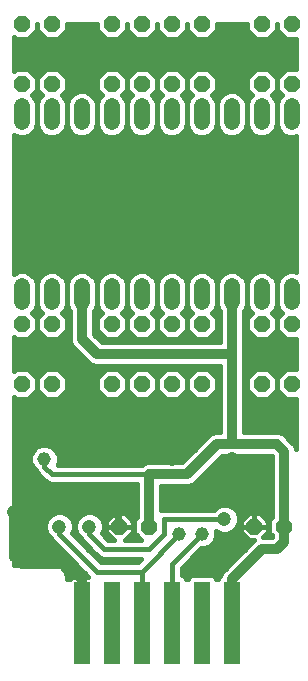
<source format=gbl>
G75*
G70*
%OFA0B0*%
%FSLAX24Y24*%
%IPPOS*%
%LPD*%
%AMOC8*
5,1,8,0,0,1.08239X$1,22.5*
%
%ADD10C,0.0520*%
%ADD11OC8,0.0520*%
%ADD12R,0.0520X0.2756*%
%ADD13C,0.0160*%
%ADD14C,0.0475*%
%ADD15C,0.0320*%
%ADD16C,0.0460*%
D10*
X001181Y012375D02*
X001181Y012895D01*
X002181Y012895D02*
X002181Y012375D01*
X003181Y012375D02*
X003181Y012895D01*
X004181Y012895D02*
X004181Y012375D01*
X005181Y012375D02*
X005181Y012895D01*
X006181Y012895D02*
X006181Y012375D01*
X007181Y012375D02*
X007181Y012895D01*
X008181Y012895D02*
X008181Y012375D01*
X009181Y012375D02*
X009181Y012895D01*
X010181Y012895D02*
X010181Y012375D01*
X010181Y018375D02*
X010181Y018895D01*
X009181Y018895D02*
X009181Y018375D01*
X008181Y018375D02*
X008181Y018895D01*
X007181Y018895D02*
X007181Y018375D01*
X006181Y018375D02*
X006181Y018895D01*
X005181Y018895D02*
X005181Y018375D01*
X004181Y018375D02*
X004181Y018895D01*
X003181Y018895D02*
X003181Y018375D01*
X002181Y018375D02*
X002181Y018895D01*
X001181Y018895D02*
X001181Y018375D01*
D11*
X001181Y019635D03*
X002181Y019635D03*
X002181Y021635D03*
X001181Y021635D03*
X004181Y021635D03*
X005181Y021635D03*
X006181Y021635D03*
X007181Y021635D03*
X007181Y019635D03*
X006181Y019635D03*
X005181Y019635D03*
X004181Y019635D03*
X004181Y011635D03*
X005181Y011635D03*
X006181Y011635D03*
X007181Y011635D03*
X007181Y009635D03*
X006181Y009635D03*
X005181Y009635D03*
X004181Y009635D03*
X002181Y009635D03*
X001181Y009635D03*
X001181Y011635D03*
X002181Y011635D03*
X004431Y004885D03*
X005431Y004885D03*
X008931Y004885D03*
X009931Y004885D03*
X010181Y009635D03*
X009181Y009635D03*
X009181Y011635D03*
X010181Y011635D03*
X010181Y019635D03*
X009181Y019635D03*
X009181Y021635D03*
X010181Y021635D03*
D12*
X008181Y001660D03*
X007181Y001660D03*
X006181Y001660D03*
X005181Y001660D03*
X004181Y001660D03*
X003181Y001660D03*
D13*
X000911Y003615D02*
X000911Y009198D01*
X000974Y009135D01*
X001389Y009135D01*
X001681Y009428D01*
X001681Y009842D01*
X001389Y010135D01*
X000974Y010135D01*
X000911Y010072D01*
X000911Y011198D01*
X000974Y011135D01*
X001389Y011135D01*
X001681Y011428D01*
X001681Y011842D01*
X001518Y012005D01*
X001605Y012092D01*
X001681Y012275D01*
X001681Y012994D01*
X001681Y012275D01*
X001758Y012092D01*
X001844Y012005D01*
X001681Y011842D01*
X001681Y011428D01*
X001974Y011135D01*
X002389Y011135D01*
X002681Y011428D01*
X002681Y011842D01*
X002518Y012005D01*
X002605Y012092D01*
X002681Y012275D01*
X002681Y012994D01*
X002605Y013178D01*
X002465Y013319D01*
X002281Y013395D01*
X002082Y013395D01*
X001898Y013319D01*
X001758Y013178D01*
X001681Y012994D01*
X001605Y013178D01*
X001465Y013319D01*
X001281Y013395D01*
X001082Y013395D01*
X000911Y013324D01*
X000911Y017946D01*
X001082Y017875D01*
X001281Y017875D01*
X001465Y017951D01*
X001605Y018092D01*
X001681Y018275D01*
X001681Y018994D01*
X001681Y018275D01*
X001758Y018092D01*
X001898Y017951D01*
X002082Y017875D01*
X002281Y017875D01*
X002465Y017951D01*
X002605Y018092D01*
X002681Y018275D01*
X002681Y018994D01*
X002681Y018275D01*
X002758Y018092D01*
X002898Y017951D01*
X003082Y017875D01*
X003281Y017875D01*
X003465Y017951D01*
X003605Y018092D01*
X003681Y018275D01*
X003681Y018994D01*
X003681Y018275D01*
X003758Y018092D01*
X003898Y017951D01*
X004082Y017875D01*
X004281Y017875D01*
X004465Y017951D01*
X004605Y018092D01*
X004681Y018275D01*
X004681Y018994D01*
X004681Y018275D01*
X004758Y018092D01*
X004898Y017951D01*
X005082Y017875D01*
X005281Y017875D01*
X005465Y017951D01*
X005605Y018092D01*
X005681Y018275D01*
X005681Y018994D01*
X005605Y019178D01*
X005518Y019265D01*
X005681Y019428D01*
X005681Y019842D01*
X005389Y020135D01*
X004974Y020135D01*
X004681Y019842D01*
X004389Y020135D01*
X003974Y020135D01*
X003681Y019842D01*
X003681Y019428D01*
X003844Y019265D01*
X003758Y019178D01*
X003681Y018994D01*
X003605Y019178D01*
X003465Y019319D01*
X003281Y019395D01*
X003082Y019395D01*
X002898Y019319D01*
X002758Y019178D01*
X002681Y018994D01*
X002605Y019178D01*
X002518Y019265D01*
X002681Y019428D01*
X002681Y019842D01*
X002389Y020135D01*
X001974Y020135D01*
X001681Y019842D01*
X001389Y020135D01*
X000974Y020135D01*
X000911Y020072D01*
X000911Y021198D01*
X000974Y021135D01*
X001389Y021135D01*
X001681Y021428D01*
X001681Y021651D01*
X001681Y021651D01*
X001681Y021428D01*
X001974Y021135D01*
X002389Y021135D01*
X002681Y021428D01*
X002681Y021651D01*
X003681Y021651D01*
X003681Y021428D01*
X003974Y021135D01*
X004389Y021135D01*
X004681Y021428D01*
X004681Y021651D01*
X004681Y021651D01*
X004681Y021428D01*
X004974Y021135D01*
X005389Y021135D01*
X005681Y021428D01*
X005681Y021651D01*
X005681Y021651D01*
X005681Y021428D01*
X005974Y021135D01*
X006389Y021135D01*
X006681Y021428D01*
X006681Y021651D01*
X006681Y021651D01*
X006681Y021428D01*
X006974Y021135D01*
X007389Y021135D01*
X007681Y021428D01*
X007681Y021651D01*
X008681Y021651D01*
X008681Y021428D01*
X008974Y021135D01*
X009389Y021135D01*
X009681Y021428D01*
X009681Y021651D01*
X009681Y021651D01*
X009681Y021428D01*
X009974Y021135D01*
X010321Y021135D01*
X010321Y020135D01*
X009974Y020135D01*
X009681Y019842D01*
X009389Y020135D01*
X008974Y020135D01*
X008681Y019842D01*
X008681Y019428D01*
X008844Y019265D01*
X008758Y019178D01*
X008681Y018994D01*
X008681Y018275D01*
X008681Y018994D01*
X008605Y019178D01*
X008465Y019319D01*
X008281Y019395D01*
X008082Y019395D01*
X007898Y019319D01*
X007758Y019178D01*
X007681Y018994D01*
X007681Y018275D01*
X007681Y018994D01*
X007605Y019178D01*
X007518Y019265D01*
X007681Y019428D01*
X007681Y019842D01*
X007389Y020135D01*
X006974Y020135D01*
X006681Y019842D01*
X006389Y020135D01*
X005974Y020135D01*
X005681Y019842D01*
X005681Y019428D01*
X005844Y019265D01*
X005758Y019178D01*
X005681Y018994D01*
X005681Y018275D01*
X005758Y018092D01*
X005898Y017951D01*
X006082Y017875D01*
X006281Y017875D01*
X006465Y017951D01*
X006605Y018092D01*
X006681Y018275D01*
X006681Y018994D01*
X006758Y019178D01*
X006844Y019265D01*
X006681Y019428D01*
X006681Y019842D01*
X006681Y019428D01*
X006518Y019265D01*
X006605Y019178D01*
X006681Y018994D01*
X006681Y018275D01*
X006758Y018092D01*
X006898Y017951D01*
X007082Y017875D01*
X007281Y017875D01*
X007465Y017951D01*
X007605Y018092D01*
X007681Y018275D01*
X007758Y018092D01*
X007898Y017951D01*
X008082Y017875D01*
X008281Y017875D01*
X008465Y017951D01*
X008605Y018092D01*
X008681Y018275D01*
X008758Y018092D01*
X008898Y017951D01*
X009082Y017875D01*
X009281Y017875D01*
X009465Y017951D01*
X009605Y018092D01*
X009681Y018275D01*
X009681Y018994D01*
X009605Y019178D01*
X009518Y019265D01*
X009681Y019428D01*
X009681Y019842D01*
X009681Y019428D01*
X009844Y019265D01*
X009758Y019178D01*
X009681Y018994D01*
X009681Y018275D01*
X009758Y018092D01*
X009898Y017951D01*
X010082Y017875D01*
X010281Y017875D01*
X010321Y017892D01*
X010321Y013378D01*
X010281Y013395D01*
X010082Y013395D01*
X009898Y013319D01*
X009758Y013178D01*
X009681Y012994D01*
X009605Y013178D01*
X009465Y013319D01*
X009281Y013395D01*
X009082Y013395D01*
X008898Y013319D01*
X008758Y013178D01*
X008681Y012994D01*
X008681Y012275D01*
X008681Y012994D01*
X008605Y013178D01*
X008465Y013319D01*
X008281Y013395D01*
X008082Y013395D01*
X007898Y013319D01*
X007758Y013178D01*
X007681Y012994D01*
X007605Y013178D01*
X007465Y013319D01*
X007281Y013395D01*
X007082Y013395D01*
X006898Y013319D01*
X006758Y013178D01*
X006681Y012994D01*
X006605Y013178D01*
X006465Y013319D01*
X006281Y013395D01*
X006082Y013395D01*
X005898Y013319D01*
X005758Y013178D01*
X005681Y012994D01*
X005605Y013178D01*
X005465Y013319D01*
X005281Y013395D01*
X005082Y013395D01*
X004898Y013319D01*
X004758Y013178D01*
X004681Y012994D01*
X004605Y013178D01*
X004465Y013319D01*
X004281Y013395D01*
X004082Y013395D01*
X003898Y013319D01*
X003758Y013178D01*
X003681Y012994D01*
X003681Y012275D01*
X003681Y012994D01*
X003605Y013178D01*
X003465Y013319D01*
X003281Y013395D01*
X003082Y013395D01*
X002898Y013319D01*
X002758Y013178D01*
X002681Y012994D01*
X002681Y012275D01*
X002758Y012092D01*
X002781Y012068D01*
X002781Y011215D01*
X002781Y011055D01*
X002842Y010908D01*
X003342Y010408D01*
X003455Y010296D01*
X003602Y010235D01*
X007781Y010235D01*
X007781Y008035D01*
X007602Y008035D01*
X007455Y007974D01*
X007342Y007862D01*
X006516Y007035D01*
X005511Y007035D01*
X005352Y007035D01*
X005205Y006974D01*
X005186Y006955D01*
X002366Y006955D01*
X002401Y007041D01*
X002401Y007228D01*
X002330Y007401D01*
X002198Y007533D01*
X002025Y007605D01*
X001838Y007605D01*
X001665Y007533D01*
X001533Y007401D01*
X001461Y007228D01*
X001461Y007041D01*
X001533Y006869D01*
X001633Y006768D01*
X001660Y006704D01*
X001910Y006454D01*
X002000Y006364D01*
X002118Y006315D01*
X005031Y006315D01*
X005031Y005192D01*
X004931Y005092D01*
X004931Y004678D01*
X005154Y004455D01*
X004624Y004455D01*
X004871Y004703D01*
X004871Y004885D01*
X004871Y005067D01*
X004614Y005325D01*
X004432Y005325D01*
X004432Y004885D01*
X004871Y004885D01*
X004432Y004885D01*
X004432Y004885D01*
X004431Y004885D01*
X004431Y004885D01*
X003991Y004885D01*
X003991Y005067D01*
X004249Y005325D01*
X004431Y005325D01*
X004431Y004885D01*
X003991Y004885D01*
X003991Y004703D01*
X004239Y004455D01*
X004064Y004455D01*
X003856Y004663D01*
X003909Y004790D01*
X003909Y004980D01*
X003836Y005155D01*
X003702Y005290D01*
X003526Y005362D01*
X003336Y005362D01*
X003161Y005290D01*
X003027Y005155D01*
X002954Y004980D01*
X002954Y004790D01*
X003027Y004614D01*
X003141Y004500D01*
X003160Y004454D01*
X003250Y004364D01*
X003660Y003954D01*
X003750Y003864D01*
X003868Y003815D01*
X005159Y003815D01*
X005049Y003705D01*
X003814Y003705D01*
X002953Y004566D01*
X002856Y004663D01*
X002909Y004790D01*
X002909Y004980D01*
X002836Y005155D01*
X002702Y005290D01*
X002526Y005362D01*
X002336Y005362D01*
X002161Y005290D01*
X002027Y005155D01*
X001954Y004980D01*
X001954Y004790D01*
X002027Y004614D01*
X002141Y004500D01*
X002160Y004454D01*
X002250Y004364D01*
X002500Y004114D01*
X003396Y003217D01*
X003231Y003217D01*
X003231Y003135D01*
X003131Y003135D01*
X003131Y003217D01*
X002898Y003217D01*
X002852Y003205D01*
X002811Y003182D01*
X002778Y003148D01*
X002770Y003135D01*
X002686Y003135D01*
X002686Y003235D01*
X002609Y003421D01*
X002467Y003563D01*
X002282Y003640D01*
X002081Y003640D01*
X002021Y003615D01*
X000911Y003615D01*
X000911Y003647D02*
X002966Y003647D01*
X003125Y003489D02*
X002542Y003489D01*
X002647Y003330D02*
X003284Y003330D01*
X003231Y003172D02*
X003131Y003172D01*
X002801Y003172D02*
X002686Y003172D01*
X002808Y003806D02*
X000911Y003806D01*
X000911Y003964D02*
X002649Y003964D01*
X002491Y004123D02*
X000911Y004123D01*
X000911Y004281D02*
X002332Y004281D01*
X002174Y004440D02*
X000911Y004440D01*
X000911Y004599D02*
X002043Y004599D01*
X001968Y004757D02*
X000911Y004757D01*
X000911Y004916D02*
X001954Y004916D01*
X001993Y005074D02*
X000911Y005074D01*
X000911Y005233D02*
X002104Y005233D01*
X002431Y004885D02*
X002431Y004635D01*
X002681Y004385D01*
X003681Y003385D01*
X005181Y003385D01*
X005181Y001660D01*
X005181Y003385D02*
X006431Y004635D01*
X006805Y003806D02*
X008287Y003806D01*
X008445Y003964D02*
X006963Y003964D01*
X007122Y004123D02*
X008604Y004123D01*
X008762Y004281D02*
X007493Y004281D01*
X007448Y004236D02*
X007580Y004369D01*
X007651Y004541D01*
X007651Y004728D01*
X007643Y004748D01*
X007661Y004730D01*
X007836Y004657D01*
X008026Y004657D01*
X008202Y004730D01*
X008336Y004864D01*
X008409Y005040D01*
X008409Y005230D01*
X008336Y005405D01*
X008202Y005540D01*
X008026Y005612D01*
X007836Y005612D01*
X007661Y005540D01*
X007576Y005455D01*
X005868Y005455D01*
X005831Y005440D01*
X005831Y006235D01*
X006602Y006235D01*
X006761Y006235D01*
X006908Y006296D01*
X007847Y007235D01*
X008102Y007235D01*
X009516Y007235D01*
X009531Y007219D01*
X009531Y005192D01*
X009431Y005092D01*
X009431Y004678D01*
X009531Y004578D01*
X009531Y004551D01*
X009516Y004535D01*
X009204Y004535D01*
X009371Y004703D01*
X009371Y004885D01*
X009371Y005067D01*
X009114Y005325D01*
X008932Y005325D01*
X008932Y004885D01*
X009371Y004885D01*
X008932Y004885D01*
X008932Y004885D01*
X008931Y004885D01*
X008931Y004885D01*
X008491Y004885D01*
X008491Y005067D01*
X008749Y005325D01*
X008931Y005325D01*
X008931Y004885D01*
X008491Y004885D01*
X008491Y004703D01*
X008749Y004445D01*
X008926Y004445D01*
X008842Y004362D01*
X007842Y003362D01*
X007794Y003244D01*
X007786Y003241D01*
X007718Y003173D01*
X007702Y003135D01*
X007661Y003135D01*
X007645Y003173D01*
X007577Y003241D01*
X007489Y003277D01*
X006874Y003277D01*
X006786Y003241D01*
X006718Y003173D01*
X006702Y003135D01*
X006661Y003135D01*
X006645Y003173D01*
X006577Y003241D01*
X006501Y003272D01*
X006501Y003502D01*
X007164Y004165D01*
X007275Y004165D01*
X007448Y004236D01*
X007609Y004440D02*
X008921Y004440D01*
X008931Y004885D02*
X008931Y006885D01*
X008681Y007135D01*
X008181Y007135D01*
X007747Y007135D02*
X009531Y007135D01*
X009531Y006977D02*
X007589Y006977D01*
X007430Y006818D02*
X009531Y006818D01*
X009531Y006660D02*
X007272Y006660D01*
X007113Y006501D02*
X009531Y006501D01*
X009531Y006343D02*
X006955Y006343D01*
X006616Y007135D02*
X002401Y007135D01*
X002375Y006977D02*
X005211Y006977D01*
X005431Y006635D02*
X002181Y006635D01*
X001931Y006885D01*
X001931Y007135D01*
X001704Y006660D02*
X000911Y006660D01*
X000911Y006818D02*
X001584Y006818D01*
X001488Y006977D02*
X000911Y006977D01*
X000911Y007135D02*
X001461Y007135D01*
X001489Y007294D02*
X000911Y007294D01*
X000931Y007385D02*
X000931Y005385D01*
X004181Y005385D01*
X004431Y005135D01*
X004431Y004885D01*
X004431Y004916D02*
X004432Y004916D01*
X004431Y005074D02*
X004432Y005074D01*
X004431Y005233D02*
X004432Y005233D01*
X004706Y005233D02*
X005031Y005233D01*
X005031Y005391D02*
X000911Y005391D01*
X000911Y005550D02*
X005031Y005550D01*
X005031Y005708D02*
X000911Y005708D01*
X000911Y005867D02*
X005031Y005867D01*
X005031Y006025D02*
X000911Y006025D01*
X000911Y006184D02*
X005031Y006184D01*
X004931Y005074D02*
X004864Y005074D01*
X004871Y004916D02*
X004931Y004916D01*
X004931Y004757D02*
X004871Y004757D01*
X004767Y004599D02*
X005011Y004599D01*
X005150Y003806D02*
X003713Y003806D01*
X003649Y003964D02*
X003555Y003964D01*
X003491Y004123D02*
X003396Y004123D01*
X003332Y004281D02*
X003237Y004281D01*
X003174Y004440D02*
X003079Y004440D01*
X003043Y004599D02*
X002920Y004599D01*
X002895Y004757D02*
X002968Y004757D01*
X002954Y004916D02*
X002909Y004916D01*
X002870Y005074D02*
X002993Y005074D01*
X003104Y005233D02*
X002759Y005233D01*
X003431Y004885D02*
X003431Y004635D01*
X003931Y004135D01*
X005431Y004135D01*
X005931Y004635D01*
X005931Y005135D01*
X007931Y005135D01*
X008229Y004757D02*
X008491Y004757D01*
X008491Y004916D02*
X008357Y004916D01*
X008409Y005074D02*
X008498Y005074D01*
X008408Y005233D02*
X008657Y005233D01*
X008931Y005233D02*
X008932Y005233D01*
X008931Y005074D02*
X008932Y005074D01*
X008931Y004916D02*
X008932Y004916D01*
X009206Y005233D02*
X009531Y005233D01*
X009531Y005391D02*
X008342Y005391D01*
X008178Y005550D02*
X009531Y005550D01*
X009531Y005708D02*
X005831Y005708D01*
X005831Y005550D02*
X007685Y005550D01*
X007651Y004599D02*
X008596Y004599D01*
X008128Y003647D02*
X006646Y003647D01*
X006501Y003489D02*
X007970Y003489D01*
X007829Y003330D02*
X006501Y003330D01*
X006645Y003172D02*
X006717Y003172D01*
X006181Y003635D02*
X006181Y001660D01*
X006181Y003635D02*
X007181Y004635D01*
X007645Y003172D02*
X007717Y003172D01*
X009267Y004599D02*
X009511Y004599D01*
X009431Y004757D02*
X009371Y004757D01*
X009371Y004916D02*
X009431Y004916D01*
X009431Y005074D02*
X009364Y005074D01*
X009531Y005867D02*
X005831Y005867D01*
X005831Y006025D02*
X009531Y006025D01*
X009531Y006184D02*
X005831Y006184D01*
X006181Y007135D02*
X003181Y007135D01*
X002681Y007635D01*
X001181Y007635D01*
X000931Y007385D01*
X000911Y007452D02*
X001584Y007452D01*
X001863Y006501D02*
X000911Y006501D01*
X000911Y006343D02*
X002051Y006343D01*
X002374Y007294D02*
X006775Y007294D01*
X006933Y007452D02*
X002279Y007452D01*
X002389Y009135D02*
X001974Y009135D01*
X001681Y009428D01*
X001681Y009842D01*
X001974Y010135D01*
X002389Y010135D01*
X002681Y009842D01*
X002681Y009428D01*
X002389Y009135D01*
X002450Y009196D02*
X003913Y009196D01*
X003974Y009135D02*
X004389Y009135D01*
X004681Y009428D01*
X004681Y009842D01*
X004389Y010135D01*
X003974Y010135D01*
X003681Y009842D01*
X003681Y009428D01*
X003974Y009135D01*
X003754Y009355D02*
X002608Y009355D01*
X002681Y009513D02*
X003681Y009513D01*
X003681Y009672D02*
X002681Y009672D01*
X002681Y009830D02*
X003681Y009830D01*
X003828Y009989D02*
X002534Y009989D01*
X002969Y010782D02*
X000911Y010782D01*
X000911Y010940D02*
X002829Y010940D01*
X002781Y011099D02*
X000911Y011099D01*
X000911Y010623D02*
X003127Y010623D01*
X003286Y010465D02*
X000911Y010465D01*
X000911Y010306D02*
X003445Y010306D01*
X003783Y011099D02*
X007781Y011099D01*
X007781Y011035D02*
X003847Y011035D01*
X003581Y011301D01*
X003581Y012068D01*
X003605Y012092D01*
X003681Y012275D01*
X003758Y012092D01*
X003844Y012005D01*
X003681Y011842D01*
X003681Y011428D01*
X003974Y011135D01*
X004389Y011135D01*
X004681Y011428D01*
X004681Y011842D01*
X004518Y012005D01*
X004605Y012092D01*
X004681Y012275D01*
X004681Y012994D01*
X004681Y012275D01*
X004758Y012092D01*
X004844Y012005D01*
X004681Y011842D01*
X004681Y011428D01*
X004974Y011135D01*
X005389Y011135D01*
X005681Y011428D01*
X005681Y011842D01*
X005518Y012005D01*
X005605Y012092D01*
X005681Y012275D01*
X005681Y012994D01*
X005681Y012275D01*
X005758Y012092D01*
X005844Y012005D01*
X005681Y011842D01*
X005681Y011428D01*
X005974Y011135D01*
X006389Y011135D01*
X006681Y011428D01*
X006681Y011842D01*
X006518Y012005D01*
X006605Y012092D01*
X006681Y012275D01*
X006681Y012994D01*
X006681Y012275D01*
X006758Y012092D01*
X006844Y012005D01*
X006681Y011842D01*
X006681Y011428D01*
X006974Y011135D01*
X007389Y011135D01*
X007681Y011428D01*
X007681Y011842D01*
X007518Y012005D01*
X007605Y012092D01*
X007681Y012275D01*
X007681Y012994D01*
X007681Y012275D01*
X007758Y012092D01*
X007781Y012068D01*
X007781Y011035D01*
X007781Y011257D02*
X007511Y011257D01*
X007669Y011416D02*
X007781Y011416D01*
X007781Y011574D02*
X007681Y011574D01*
X007681Y011733D02*
X007781Y011733D01*
X007781Y011892D02*
X007632Y011892D01*
X007564Y012050D02*
X007781Y012050D01*
X007709Y012209D02*
X007654Y012209D01*
X007681Y012367D02*
X007681Y012367D01*
X007681Y012526D02*
X007681Y012526D01*
X007681Y012684D02*
X007681Y012684D01*
X007681Y012843D02*
X007681Y012843D01*
X007679Y013001D02*
X007684Y013001D01*
X007750Y013160D02*
X007613Y013160D01*
X007465Y013318D02*
X007898Y013318D01*
X008465Y013318D02*
X008898Y013318D01*
X008750Y013160D02*
X008613Y013160D01*
X008679Y013001D02*
X008684Y013001D01*
X008681Y012843D02*
X008681Y012843D01*
X008681Y012684D02*
X008681Y012684D01*
X008681Y012526D02*
X008681Y012526D01*
X008681Y012367D02*
X008681Y012367D01*
X008681Y012275D02*
X008758Y012092D01*
X008844Y012005D01*
X008681Y011842D01*
X008681Y011428D01*
X008974Y011135D01*
X009389Y011135D01*
X009681Y011428D01*
X009681Y011842D01*
X009518Y012005D01*
X009605Y012092D01*
X009681Y012275D01*
X009681Y012994D01*
X009681Y012275D01*
X009758Y012092D01*
X009844Y012005D01*
X009681Y011842D01*
X009681Y011428D01*
X009974Y011135D01*
X010321Y011135D01*
X010321Y010135D01*
X009974Y010135D01*
X009681Y009842D01*
X009389Y010135D01*
X008974Y010135D01*
X008681Y009842D01*
X008681Y009428D01*
X008974Y009135D01*
X009389Y009135D01*
X009681Y009428D01*
X009681Y009842D01*
X009681Y009428D01*
X009974Y009135D01*
X010321Y009135D01*
X010321Y007488D01*
X010270Y007612D01*
X010158Y007724D01*
X009908Y007974D01*
X009761Y008035D01*
X009602Y008035D01*
X008581Y008035D01*
X008581Y010555D01*
X008581Y010715D01*
X008581Y012068D01*
X008605Y012092D01*
X008681Y012275D01*
X008654Y012209D02*
X008709Y012209D01*
X008799Y012050D02*
X008581Y012050D01*
X008581Y011892D02*
X008731Y011892D01*
X008681Y011733D02*
X008581Y011733D01*
X008581Y011574D02*
X008681Y011574D01*
X008693Y011416D02*
X008581Y011416D01*
X008581Y011257D02*
X008852Y011257D01*
X008581Y011099D02*
X010321Y011099D01*
X010321Y010940D02*
X008581Y010940D01*
X008581Y010782D02*
X010321Y010782D01*
X010321Y010623D02*
X008581Y010623D01*
X008581Y010465D02*
X010321Y010465D01*
X010321Y010306D02*
X008581Y010306D01*
X008581Y010148D02*
X010321Y010148D01*
X009828Y009989D02*
X009534Y009989D01*
X009681Y009830D02*
X009681Y009830D01*
X009681Y009672D02*
X009681Y009672D01*
X009681Y009513D02*
X009681Y009513D01*
X009608Y009355D02*
X009754Y009355D01*
X009913Y009196D02*
X009450Y009196D01*
X008913Y009196D02*
X008581Y009196D01*
X008581Y009038D02*
X010321Y009038D01*
X010321Y008879D02*
X008581Y008879D01*
X008581Y008721D02*
X010321Y008721D01*
X010321Y008562D02*
X008581Y008562D01*
X008581Y008404D02*
X010321Y008404D01*
X010321Y008245D02*
X008581Y008245D01*
X008581Y008086D02*
X010321Y008086D01*
X010321Y007928D02*
X009954Y007928D01*
X010113Y007769D02*
X010321Y007769D01*
X010321Y007611D02*
X010271Y007611D01*
X008828Y009989D02*
X008581Y009989D01*
X008581Y009830D02*
X008681Y009830D01*
X008681Y009672D02*
X008581Y009672D01*
X008581Y009513D02*
X008681Y009513D01*
X008754Y009355D02*
X008581Y009355D01*
X007781Y009355D02*
X007608Y009355D01*
X007681Y009428D02*
X007389Y009135D01*
X006974Y009135D01*
X006681Y009428D01*
X006389Y009135D01*
X005974Y009135D01*
X005681Y009428D01*
X005389Y009135D01*
X004974Y009135D01*
X004681Y009428D01*
X004681Y009842D01*
X004974Y010135D01*
X005389Y010135D01*
X005681Y009842D01*
X005681Y009428D01*
X005681Y009842D01*
X005974Y010135D01*
X006389Y010135D01*
X006681Y009842D01*
X006681Y009428D01*
X006681Y009842D01*
X006974Y010135D01*
X007389Y010135D01*
X007681Y009842D01*
X007681Y009428D01*
X007681Y009513D02*
X007781Y009513D01*
X007781Y009672D02*
X007681Y009672D01*
X007681Y009830D02*
X007781Y009830D01*
X007781Y009989D02*
X007534Y009989D01*
X007781Y010148D02*
X000911Y010148D01*
X000911Y009196D02*
X000913Y009196D01*
X000911Y009038D02*
X007781Y009038D01*
X007781Y009196D02*
X007450Y009196D01*
X007781Y008879D02*
X000911Y008879D01*
X000911Y008721D02*
X007781Y008721D01*
X007781Y008562D02*
X000911Y008562D01*
X000911Y008404D02*
X007781Y008404D01*
X007781Y008245D02*
X000911Y008245D01*
X000911Y008086D02*
X007781Y008086D01*
X007409Y007928D02*
X000911Y007928D01*
X000911Y007769D02*
X007250Y007769D01*
X007092Y007611D02*
X000911Y007611D01*
X001450Y009196D02*
X001913Y009196D01*
X001754Y009355D02*
X001608Y009355D01*
X001681Y009513D02*
X001681Y009513D01*
X001681Y009672D02*
X001681Y009672D01*
X001681Y009830D02*
X001681Y009830D01*
X001534Y009989D02*
X001828Y009989D01*
X001852Y011257D02*
X001511Y011257D01*
X001669Y011416D02*
X001693Y011416D01*
X001681Y011574D02*
X001681Y011574D01*
X001681Y011733D02*
X001681Y011733D01*
X001632Y011892D02*
X001731Y011892D01*
X001799Y012050D02*
X001564Y012050D01*
X001654Y012209D02*
X001709Y012209D01*
X001681Y012367D02*
X001681Y012367D01*
X001681Y012526D02*
X001681Y012526D01*
X001681Y012684D02*
X001681Y012684D01*
X001681Y012843D02*
X001681Y012843D01*
X001679Y013001D02*
X001684Y013001D01*
X001750Y013160D02*
X001613Y013160D01*
X001465Y013318D02*
X001898Y013318D01*
X002465Y013318D02*
X002898Y013318D01*
X002750Y013160D02*
X002613Y013160D01*
X002679Y013001D02*
X002684Y013001D01*
X002681Y012843D02*
X002681Y012843D01*
X002681Y012684D02*
X002681Y012684D01*
X002681Y012526D02*
X002681Y012526D01*
X002681Y012367D02*
X002681Y012367D01*
X002654Y012209D02*
X002709Y012209D01*
X002781Y012050D02*
X002564Y012050D01*
X002632Y011892D02*
X002781Y011892D01*
X002781Y011733D02*
X002681Y011733D01*
X002681Y011574D02*
X002781Y011574D01*
X002781Y011416D02*
X002669Y011416D01*
X002781Y011257D02*
X002511Y011257D01*
X003581Y011416D02*
X003693Y011416D01*
X003681Y011574D02*
X003581Y011574D01*
X003581Y011733D02*
X003681Y011733D01*
X003731Y011892D02*
X003581Y011892D01*
X003581Y012050D02*
X003799Y012050D01*
X003709Y012209D02*
X003654Y012209D01*
X003681Y012367D02*
X003681Y012367D01*
X003681Y012526D02*
X003681Y012526D01*
X003681Y012684D02*
X003681Y012684D01*
X003681Y012843D02*
X003681Y012843D01*
X003679Y013001D02*
X003684Y013001D01*
X003750Y013160D02*
X003613Y013160D01*
X003465Y013318D02*
X003898Y013318D01*
X004465Y013318D02*
X004898Y013318D01*
X004750Y013160D02*
X004613Y013160D01*
X004679Y013001D02*
X004684Y013001D01*
X004681Y012843D02*
X004681Y012843D01*
X004681Y012684D02*
X004681Y012684D01*
X004681Y012526D02*
X004681Y012526D01*
X004681Y012367D02*
X004681Y012367D01*
X004654Y012209D02*
X004709Y012209D01*
X004799Y012050D02*
X004564Y012050D01*
X004632Y011892D02*
X004731Y011892D01*
X004681Y011733D02*
X004681Y011733D01*
X004681Y011574D02*
X004681Y011574D01*
X004669Y011416D02*
X004693Y011416D01*
X004852Y011257D02*
X004511Y011257D01*
X003852Y011257D02*
X003625Y011257D01*
X004534Y009989D02*
X004828Y009989D01*
X004681Y009830D02*
X004681Y009830D01*
X004681Y009672D02*
X004681Y009672D01*
X004681Y009513D02*
X004681Y009513D01*
X004608Y009355D02*
X004754Y009355D01*
X004913Y009196D02*
X004450Y009196D01*
X005450Y009196D02*
X005913Y009196D01*
X005754Y009355D02*
X005608Y009355D01*
X005681Y009513D02*
X005681Y009513D01*
X005681Y009672D02*
X005681Y009672D01*
X005681Y009830D02*
X005681Y009830D01*
X005534Y009989D02*
X005828Y009989D01*
X006534Y009989D02*
X006828Y009989D01*
X006681Y009830D02*
X006681Y009830D01*
X006681Y009672D02*
X006681Y009672D01*
X006681Y009513D02*
X006681Y009513D01*
X006608Y009355D02*
X006754Y009355D01*
X006913Y009196D02*
X006450Y009196D01*
X006511Y011257D02*
X006852Y011257D01*
X006693Y011416D02*
X006669Y011416D01*
X006681Y011574D02*
X006681Y011574D01*
X006681Y011733D02*
X006681Y011733D01*
X006632Y011892D02*
X006731Y011892D01*
X006799Y012050D02*
X006564Y012050D01*
X006654Y012209D02*
X006709Y012209D01*
X006681Y012367D02*
X006681Y012367D01*
X006681Y012526D02*
X006681Y012526D01*
X006681Y012684D02*
X006681Y012684D01*
X006681Y012843D02*
X006681Y012843D01*
X006679Y013001D02*
X006684Y013001D01*
X006750Y013160D02*
X006613Y013160D01*
X006465Y013318D02*
X006898Y013318D01*
X005898Y013318D02*
X005465Y013318D01*
X005613Y013160D02*
X005750Y013160D01*
X005684Y013001D02*
X005679Y013001D01*
X005681Y012843D02*
X005681Y012843D01*
X005681Y012684D02*
X005681Y012684D01*
X005681Y012526D02*
X005681Y012526D01*
X005681Y012367D02*
X005681Y012367D01*
X005654Y012209D02*
X005709Y012209D01*
X005799Y012050D02*
X005564Y012050D01*
X005632Y011892D02*
X005731Y011892D01*
X005681Y011733D02*
X005681Y011733D01*
X005681Y011574D02*
X005681Y011574D01*
X005669Y011416D02*
X005693Y011416D01*
X005852Y011257D02*
X005511Y011257D01*
X004157Y005233D02*
X003759Y005233D01*
X003870Y005074D02*
X003998Y005074D01*
X003991Y004916D02*
X003909Y004916D01*
X003895Y004757D02*
X003991Y004757D01*
X003920Y004599D02*
X004096Y004599D01*
X000911Y013477D02*
X010321Y013477D01*
X010321Y013636D02*
X000911Y013636D01*
X000911Y013794D02*
X010321Y013794D01*
X010321Y013953D02*
X000911Y013953D01*
X000911Y014111D02*
X010321Y014111D01*
X010321Y014270D02*
X000911Y014270D01*
X000911Y014428D02*
X010321Y014428D01*
X010321Y014587D02*
X000911Y014587D01*
X000911Y014745D02*
X010321Y014745D01*
X010321Y014904D02*
X000911Y014904D01*
X000911Y015062D02*
X010321Y015062D01*
X010321Y015221D02*
X000911Y015221D01*
X000911Y015379D02*
X010321Y015379D01*
X010321Y015538D02*
X000911Y015538D01*
X000911Y015697D02*
X010321Y015697D01*
X010321Y015855D02*
X000911Y015855D01*
X000911Y016014D02*
X010321Y016014D01*
X010321Y016172D02*
X000911Y016172D01*
X000911Y016331D02*
X010321Y016331D01*
X010321Y016489D02*
X000911Y016489D01*
X000911Y016648D02*
X010321Y016648D01*
X010321Y016806D02*
X000911Y016806D01*
X000911Y016965D02*
X010321Y016965D01*
X010321Y017123D02*
X000911Y017123D01*
X000911Y017282D02*
X010321Y017282D01*
X010321Y017441D02*
X000911Y017441D01*
X000911Y017599D02*
X010321Y017599D01*
X010321Y017758D02*
X000911Y017758D01*
X000911Y017916D02*
X000982Y017916D01*
X001380Y017916D02*
X001982Y017916D01*
X001775Y018075D02*
X001588Y018075D01*
X001664Y018233D02*
X001699Y018233D01*
X001681Y018392D02*
X001681Y018392D01*
X001681Y018550D02*
X001681Y018550D01*
X001681Y018709D02*
X001681Y018709D01*
X001681Y018867D02*
X001681Y018867D01*
X001681Y018994D02*
X001758Y019178D01*
X001844Y019265D01*
X001681Y019428D01*
X001681Y019842D01*
X001681Y019428D01*
X001518Y019265D01*
X001605Y019178D01*
X001681Y018994D01*
X001668Y019026D02*
X001695Y019026D01*
X001764Y019185D02*
X001599Y019185D01*
X001597Y019343D02*
X001766Y019343D01*
X001681Y019502D02*
X001681Y019502D01*
X001681Y019660D02*
X001681Y019660D01*
X001681Y019819D02*
X001681Y019819D01*
X001546Y019977D02*
X001817Y019977D01*
X002546Y019977D02*
X003817Y019977D01*
X003681Y019819D02*
X002681Y019819D01*
X002681Y019660D02*
X003681Y019660D01*
X003681Y019502D02*
X002681Y019502D01*
X002597Y019343D02*
X002957Y019343D01*
X002764Y019185D02*
X002599Y019185D01*
X002668Y019026D02*
X002695Y019026D01*
X002681Y018867D02*
X002681Y018867D01*
X002681Y018709D02*
X002681Y018709D01*
X002681Y018550D02*
X002681Y018550D01*
X002681Y018392D02*
X002681Y018392D01*
X002664Y018233D02*
X002699Y018233D01*
X002775Y018075D02*
X002588Y018075D01*
X002380Y017916D02*
X002982Y017916D01*
X003380Y017916D02*
X003982Y017916D01*
X003775Y018075D02*
X003588Y018075D01*
X003664Y018233D02*
X003699Y018233D01*
X003681Y018392D02*
X003681Y018392D01*
X003681Y018550D02*
X003681Y018550D01*
X003681Y018709D02*
X003681Y018709D01*
X003681Y018867D02*
X003681Y018867D01*
X003668Y019026D02*
X003695Y019026D01*
X003764Y019185D02*
X003599Y019185D01*
X003766Y019343D02*
X003406Y019343D01*
X004380Y017916D02*
X004982Y017916D01*
X004775Y018075D02*
X004588Y018075D01*
X004664Y018233D02*
X004699Y018233D01*
X004681Y018392D02*
X004681Y018392D01*
X004681Y018550D02*
X004681Y018550D01*
X004681Y018709D02*
X004681Y018709D01*
X004681Y018867D02*
X004681Y018867D01*
X004681Y018994D02*
X004605Y019178D01*
X004518Y019265D01*
X004681Y019428D01*
X004681Y019842D01*
X004681Y019428D01*
X004844Y019265D01*
X004758Y019178D01*
X004681Y018994D01*
X004668Y019026D02*
X004695Y019026D01*
X004764Y019185D02*
X004599Y019185D01*
X004597Y019343D02*
X004766Y019343D01*
X004681Y019502D02*
X004681Y019502D01*
X004681Y019660D02*
X004681Y019660D01*
X004681Y019819D02*
X004681Y019819D01*
X004546Y019977D02*
X004817Y019977D01*
X004864Y021246D02*
X004499Y021246D01*
X004658Y021404D02*
X004705Y021404D01*
X004681Y021563D02*
X004681Y021563D01*
X003864Y021246D02*
X002499Y021246D01*
X002658Y021404D02*
X003705Y021404D01*
X003681Y021563D02*
X002681Y021563D01*
X001864Y021246D02*
X001499Y021246D01*
X001658Y021404D02*
X001705Y021404D01*
X001681Y021563D02*
X001681Y021563D01*
X000911Y021087D02*
X010321Y021087D01*
X010321Y020929D02*
X000911Y020929D01*
X000911Y020770D02*
X010321Y020770D01*
X010321Y020611D02*
X000911Y020611D01*
X000911Y020453D02*
X010321Y020453D01*
X010321Y020294D02*
X000911Y020294D01*
X000911Y020136D02*
X010321Y020136D01*
X009817Y019977D02*
X009546Y019977D01*
X009681Y019819D02*
X009681Y019819D01*
X009681Y019660D02*
X009681Y019660D01*
X009681Y019502D02*
X009681Y019502D01*
X009597Y019343D02*
X009766Y019343D01*
X009764Y019185D02*
X009599Y019185D01*
X009668Y019026D02*
X009695Y019026D01*
X009681Y018867D02*
X009681Y018867D01*
X009681Y018709D02*
X009681Y018709D01*
X009681Y018550D02*
X009681Y018550D01*
X009681Y018392D02*
X009681Y018392D01*
X009664Y018233D02*
X009699Y018233D01*
X009775Y018075D02*
X009588Y018075D01*
X009380Y017916D02*
X009982Y017916D01*
X008982Y017916D02*
X008380Y017916D01*
X008588Y018075D02*
X008775Y018075D01*
X008699Y018233D02*
X008664Y018233D01*
X008681Y018392D02*
X008681Y018392D01*
X008681Y018550D02*
X008681Y018550D01*
X008681Y018709D02*
X008681Y018709D01*
X008681Y018867D02*
X008681Y018867D01*
X008668Y019026D02*
X008695Y019026D01*
X008764Y019185D02*
X008599Y019185D01*
X008766Y019343D02*
X008406Y019343D01*
X008681Y019502D02*
X007681Y019502D01*
X007681Y019660D02*
X008681Y019660D01*
X008681Y019819D02*
X007681Y019819D01*
X007546Y019977D02*
X008817Y019977D01*
X008864Y021246D02*
X007499Y021246D01*
X007658Y021404D02*
X008705Y021404D01*
X008681Y021563D02*
X007681Y021563D01*
X006864Y021246D02*
X006499Y021246D01*
X006658Y021404D02*
X006705Y021404D01*
X006681Y021563D02*
X006681Y021563D01*
X005864Y021246D02*
X005499Y021246D01*
X005658Y021404D02*
X005705Y021404D01*
X005681Y021563D02*
X005681Y021563D01*
X005546Y019977D02*
X005817Y019977D01*
X005681Y019819D02*
X005681Y019819D01*
X005681Y019660D02*
X005681Y019660D01*
X005681Y019502D02*
X005681Y019502D01*
X005597Y019343D02*
X005766Y019343D01*
X005764Y019185D02*
X005599Y019185D01*
X005668Y019026D02*
X005695Y019026D01*
X005681Y018867D02*
X005681Y018867D01*
X005681Y018709D02*
X005681Y018709D01*
X005681Y018550D02*
X005681Y018550D01*
X005681Y018392D02*
X005681Y018392D01*
X005664Y018233D02*
X005699Y018233D01*
X005775Y018075D02*
X005588Y018075D01*
X005380Y017916D02*
X005982Y017916D01*
X006380Y017916D02*
X006982Y017916D01*
X006775Y018075D02*
X006588Y018075D01*
X006664Y018233D02*
X006699Y018233D01*
X006681Y018392D02*
X006681Y018392D01*
X006681Y018550D02*
X006681Y018550D01*
X006681Y018709D02*
X006681Y018709D01*
X006681Y018867D02*
X006681Y018867D01*
X006668Y019026D02*
X006695Y019026D01*
X006764Y019185D02*
X006599Y019185D01*
X006597Y019343D02*
X006766Y019343D01*
X006681Y019502D02*
X006681Y019502D01*
X006681Y019660D02*
X006681Y019660D01*
X006681Y019819D02*
X006681Y019819D01*
X006546Y019977D02*
X006817Y019977D01*
X007597Y019343D02*
X007957Y019343D01*
X007764Y019185D02*
X007599Y019185D01*
X007668Y019026D02*
X007695Y019026D01*
X007681Y018867D02*
X007681Y018867D01*
X007681Y018709D02*
X007681Y018709D01*
X007681Y018550D02*
X007681Y018550D01*
X007681Y018392D02*
X007681Y018392D01*
X007664Y018233D02*
X007699Y018233D01*
X007775Y018075D02*
X007588Y018075D01*
X007380Y017916D02*
X007982Y017916D01*
X009499Y021246D02*
X009864Y021246D01*
X009705Y021404D02*
X009658Y021404D01*
X009681Y021563D02*
X009681Y021563D01*
X009465Y013318D02*
X009898Y013318D01*
X009750Y013160D02*
X009613Y013160D01*
X009679Y013001D02*
X009684Y013001D01*
X009681Y012843D02*
X009681Y012843D01*
X009681Y012684D02*
X009681Y012684D01*
X009681Y012526D02*
X009681Y012526D01*
X009681Y012367D02*
X009681Y012367D01*
X009654Y012209D02*
X009709Y012209D01*
X009799Y012050D02*
X009564Y012050D01*
X009632Y011892D02*
X009731Y011892D01*
X009681Y011733D02*
X009681Y011733D01*
X009681Y011574D02*
X009681Y011574D01*
X009669Y011416D02*
X009693Y011416D01*
X009852Y011257D02*
X009511Y011257D01*
D14*
X008181Y007135D03*
X007931Y005135D03*
X006181Y007135D03*
X003431Y004885D03*
X002431Y004885D03*
X000931Y005385D03*
D15*
X000931Y003885D01*
X001181Y003635D01*
X002681Y003635D01*
X003181Y003135D01*
X003181Y001660D01*
X005431Y004885D02*
X005431Y006635D01*
X006681Y006635D01*
X007681Y007635D01*
X008181Y007635D01*
X009681Y007635D01*
X009931Y007385D01*
X009931Y004885D01*
X009931Y004385D01*
X009681Y004135D01*
X009181Y004135D01*
X008181Y003135D01*
X008181Y001660D01*
X008181Y007635D02*
X008181Y010635D01*
X003681Y010635D01*
X003181Y011135D01*
X003181Y012635D01*
X008181Y012635D02*
X008181Y010635D01*
D16*
X007181Y004635D03*
X006431Y004635D03*
X001931Y007135D03*
M02*

</source>
